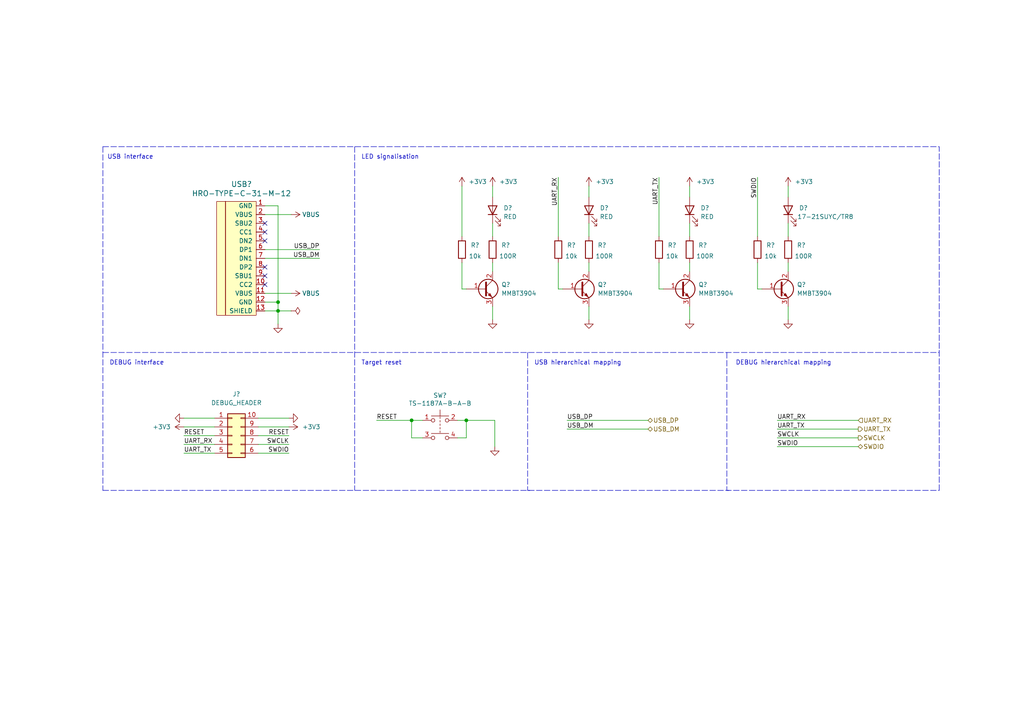
<source format=kicad_sch>
(kicad_sch (version 20211123) (generator eeschema)
  (paper "A4")
  (lib_symbols
    (symbol "Connector_Generic:Conn_02x05_Counter_Clockwise" (pin_names (offset 1.016) hide)
      (property "Reference" "J" (at 1.27 7.62 0))
      (property "Value" "Conn_02x05_Counter_Clockwise" (at 1.27 -7.62 0))
      (symbol "Conn_02x05_Counter_Clockwise_1_1"
        (rectangle (start -1.27 -4.953) (end 0 -5.207) (stroke (width 0.1524)))
        (rectangle (start -1.27 -2.413) (end 0 -2.667) (stroke (width 0.1524)))
        (rectangle (start -1.27 0.127) (end 0 -0.127) (stroke (width 0.1524)))
        (rectangle (start -1.27 2.667) (end 0 2.413) (stroke (width 0.1524)))
        (rectangle (start -1.27 5.207) (end 0 4.953) (stroke (width 0.1524)))
        (rectangle (start -1.27 6.35) (end 3.81 -6.35) (stroke (width 0.254)) (fill (type background)))
        (rectangle (start 3.81 -4.953) (end 2.54 -5.207) (stroke (width 0.1524)))
        (rectangle (start 3.81 -2.413) (end 2.54 -2.667) (stroke (width 0.1524)))
        (rectangle (start 3.81 0.127) (end 2.54 -0.127) (stroke (width 0.1524)))
        (rectangle (start 3.81 2.667) (end 2.54 2.413) (stroke (width 0.1524)))
        (rectangle (start 3.81 5.207) (end 2.54 4.953) (stroke (width 0.1524)))
        (pin passive line (at -5.08 5.08 0) (length 3.81) (name "Pin_1") (number "1"))
        (pin passive line (at 7.62 5.08 180) (length 3.81) (name "Pin_10") (number "10"))
        (pin passive line (at -5.08 2.54 0) (length 3.81) (name "Pin_2") (number "2"))
        (pin passive line (at -5.08 0 0) (length 3.81) (name "Pin_3") (number "3"))
        (pin passive line (at -5.08 -2.54 0) (length 3.81) (name "Pin_4") (number "4"))
        (pin passive line (at -5.08 -5.08 0) (length 3.81) (name "Pin_5") (number "5"))
        (pin passive line (at 7.62 -5.08 180) (length 3.81) (name "Pin_6") (number "6"))
        (pin passive line (at 7.62 -2.54 180) (length 3.81) (name "Pin_7") (number "7"))
        (pin passive line (at 7.62 0 180) (length 3.81) (name "Pin_8") (number "8"))
        (pin passive line (at 7.62 2.54 180) (length 3.81) (name "Pin_9") (number "9"))
      )
    )
    (symbol "Device:LED" (pin_numbers hide) (pin_names (offset 1.016) hide)
      (property "Reference" "D" (at 0 2.54 0))
      (property "Value" "LED" (at 0 -2.54 0))
      (symbol "LED_0_1"
        (polyline (pts (xy -1.27 -1.27) (xy -1.27 1.27)) (stroke (width 0.254)))
        (polyline (pts (xy -1.27 0) (xy 1.27 0)))
        (polyline (pts (xy 1.27 -1.27) (xy 1.27 1.27) (xy -1.27 0) (xy 1.27 -1.27)) (stroke (width 0.254)))
        (polyline (pts (xy -3.048 -0.762) (xy -4.572 -2.286) (xy -3.81 -2.286) (xy -4.572 -2.286) (xy -4.572 -1.524)))
        (polyline (pts (xy -1.778 -0.762) (xy -3.302 -2.286) (xy -2.54 -2.286) (xy -3.302 -2.286) (xy -3.302 -1.524)))
      )
      (symbol "LED_1_1"
        (pin passive line (at -3.81 0 0) (length 2.54) (name "K") (number "1"))
        (pin passive line (at 3.81 0 180) (length 2.54) (name "A") (number "2"))
      )
    )
    (symbol "Device:Q_NPN_BCE" (pin_names (offset 0) hide)
      (property "Reference" "Q" (at 5.08 1.27 0))
      (property "Value" "Q_NPN_BCE" (at 5.08 -1.27 0))
      (symbol "Q_NPN_BCE_0_1"
        (polyline (pts (xy 0.635 0.635) (xy 2.54 2.54)))
        (polyline (pts (xy 0.635 -0.635) (xy 2.54 -2.54) (xy 2.54 -2.54)))
        (polyline (pts (xy 0.635 1.905) (xy 0.635 -1.905) (xy 0.635 -1.905)) (stroke (width 0.508)))
        (polyline (pts (xy 1.27 -1.778) (xy 1.778 -1.27) (xy 2.286 -2.286) (xy 1.27 -1.778) (xy 1.27 -1.778)) (fill (type outline)))
        (circle (center 1.27 0) (radius 2.8194) (stroke (width 0.254)))
      )
      (symbol "Q_NPN_BCE_1_1"
        (pin input line (at -5.08 0 0) (length 5.715) (name "B") (number "1"))
        (pin passive line (at 2.54 5.08 270) (length 2.54) (name "C") (number "2"))
        (pin passive line (at 2.54 -5.08 90) (length 2.54) (name "E") (number "3"))
      )
    )
    (symbol "Device:R" (pin_numbers hide) (pin_names (offset 0))
      (property "Reference" "R" (at 2.032 0 90))
      (property "Value" "R" (at 0 0 90))
      (symbol "R_0_1"
        (rectangle (start -1.016 -2.54) (end 1.016 2.54) (stroke (width 0.254)))
      )
      (symbol "R_1_1"
        (pin passive line (at 0 3.81 270) (length 1.27) (name "~") (number "1"))
        (pin passive line (at 0 -3.81 90) (length 1.27) (name "~") (number "2"))
      )
    )
    (symbol "Switch:SW_Push_Dual" (pin_names (offset 1.016) hide)
      (property "Reference" "SW" (at 1.27 2.54 0))
      (property "Value" "SW_Push_Dual" (at 0 -6.858 0))
      (symbol "SW_Push_Dual_0_1"
        (circle (center -2.032 -5.08) (radius 0.508))
        (circle (center -2.032 0) (radius 0.508))
        (polyline (pts (xy 0 -3.048) (xy 0 -3.556)))
        (polyline (pts (xy 0 -2.032) (xy 0 -2.54)))
        (polyline (pts (xy 0 -1.524) (xy 0 -1.016)))
        (polyline (pts (xy 0 -0.508) (xy 0 0)))
        (polyline (pts (xy 0 0.508) (xy 0 1.016)))
        (polyline (pts (xy 0 1.27) (xy 0 3.048)))
        (polyline (pts (xy 2.54 -3.81) (xy -2.54 -3.81)))
        (polyline (pts (xy 2.54 1.27) (xy -2.54 1.27)))
        (circle (center 2.032 -5.08) (radius 0.508))
        (circle (center 2.032 0) (radius 0.508))
        (pin passive line (at -5.08 0 0) (length 2.54) (name "1") (number "1"))
        (pin passive line (at 5.08 0 180) (length 2.54) (name "2") (number "2"))
        (pin passive line (at -5.08 -5.08 0) (length 2.54) (name "3") (number "3"))
        (pin passive line (at 5.08 -5.08 180) (length 2.54) (name "4") (number "4"))
      )
    )
    (symbol "Type-C:HRO-TYPE-C-31-M-12" (pin_names (offset 1.016))
      (property "Reference" "USB" (at -5.08 16.51 0))
      (property "Value" "HRO-TYPE-C-31-M-12" (at -10.16 -1.27 90))
      (symbol "HRO-TYPE-C-31-M-12_0_1"
        (rectangle (start -11.43 15.24) (end -8.89 -17.78) (fill (type background)))
        (rectangle (start 0 -17.78) (end -8.89 15.24) (fill (type background)))
      )
      (symbol "HRO-TYPE-C-31-M-12_1_1"
        (pin input line (at 2.54 13.97 180) (length 2.54) (name "GND") (number "1"))
        (pin input line (at 2.54 -8.89 180) (length 2.54) (name "CC2") (number "10"))
        (pin input line (at 2.54 -11.43 180) (length 2.54) (name "VBUS") (number "11"))
        (pin input line (at 2.54 -13.97 180) (length 2.54) (name "GND") (number "12"))
        (pin input line (at 2.54 -16.51 180) (length 2.54) (name "SHIELD") (number "13"))
        (pin input line (at 2.54 11.43 180) (length 2.54) (name "VBUS") (number "2"))
        (pin input line (at 2.54 8.89 180) (length 2.54) (name "SBU2") (number "3"))
        (pin input line (at 2.54 6.35 180) (length 2.54) (name "CC1") (number "4"))
        (pin input line (at 2.54 3.81 180) (length 2.54) (name "DN2") (number "5"))
        (pin input line (at 2.54 1.27 180) (length 2.54) (name "DP1") (number "6"))
        (pin input line (at 2.54 -1.27 180) (length 2.54) (name "DN1") (number "7"))
        (pin input line (at 2.54 -3.81 180) (length 2.54) (name "DP2") (number "8"))
        (pin input line (at 2.54 -6.35 180) (length 2.54) (name "SBU1") (number "9"))
      )
    )
    (symbol "power:+3V3" (power) (pin_names (offset 0))
      (property "Value" "+3V3" (at 0 3.556 0))
      (symbol "+3V3_0_1"
        (polyline (pts (xy -0.762 1.27) (xy 0 2.54)))
        (polyline (pts (xy 0 0) (xy 0 2.54)))
        (polyline (pts (xy 0 2.54) (xy 0.762 1.27)))
      )
      (symbol "+3V3_1_1"
        (pin power_in line (at 0 0 90) (length 0) hide (name "+3V3") (number "1"))
      )
    )
    (symbol "power:GND" (power) (pin_names (offset 0))
      (property "Value" "GND" (at 0 -3.81 0))
      (symbol "GND_0_1"
        (polyline (pts (xy 0 0) (xy 0 -1.27) (xy 1.27 -1.27) (xy 0 -2.54) (xy -1.27 -1.27) (xy 0 -1.27)))
      )
      (symbol "GND_1_1"
        (pin power_in line (at 0 0 270) (length 0) hide (name "GND") (number "1"))
      )
    )
    (symbol "power:PWR_FLAG" (power) (pin_numbers hide) (pin_names (offset 0) hide)
      (property "Value" "PWR_FLAG" (at 0 3.81 0))
      (symbol "PWR_FLAG_0_0"
        (pin power_out line (at 0 0 90) (length 0) (name "pwr") (number "1"))
      )
      (symbol "PWR_FLAG_0_1"
        (polyline (pts (xy 0 0) (xy 0 1.27) (xy -1.016 1.905) (xy 0 2.54) (xy 1.016 1.905) (xy 0 1.27)))
      )
    )
    (symbol "power:VBUS" (power) (pin_names (offset 0))
      (property "Value" "VBUS" (at 0 3.81 0))
      (symbol "VBUS_0_1"
        (polyline (pts (xy -0.762 1.27) (xy 0 2.54)))
        (polyline (pts (xy 0 0) (xy 0 2.54)))
        (polyline (pts (xy 0 2.54) (xy 0.762 1.27)))
      )
      (symbol "VBUS_1_1"
        (pin power_in line (at 0 0 90) (length 0) hide (name "VBUS") (number "1"))
      )
    )
  )
  (junction (at 80.645 87.63))
  (junction (at 119.38 121.92))
  (junction (at 80.645 90.17))
  (junction (at 135.255 121.92))
  (no_connect (at 76.835 77.47))
  (no_connect (at 76.835 80.01))
  (no_connect (at 76.835 69.85))
  (no_connect (at 76.835 82.55))
  (no_connect (at 76.835 67.31))
  (no_connect (at 76.835 64.77))
  (wire (pts (xy 228.6 88.9) (xy 228.6 92.71)))
  (wire (pts (xy 83.82 121.285) (xy 74.93 121.285)))
  (wire (pts (xy 133.985 83.82) (xy 133.985 76.2)))
  (wire (pts (xy 76.835 62.23) (xy 84.455 62.23)))
  (wire (pts (xy 228.6 64.77) (xy 228.6 68.58)))
  (wire (pts (xy 164.465 121.92) (xy 187.96 121.92)))
  (wire (pts (xy 170.815 64.77) (xy 170.815 68.58)))
  (polyline (pts (xy 29.845 142.24) (xy 272.415 142.24)))
  (wire (pts (xy 53.34 131.445) (xy 62.23 131.445)))
  (wire (pts (xy 76.835 74.93) (xy 92.71 74.93)))
  (wire (pts (xy 225.425 129.54) (xy 248.92 129.54)))
  (wire (pts (xy 191.135 83.82) (xy 191.135 76.2)))
  (wire (pts (xy 219.71 83.82) (xy 219.71 76.2)))
  (wire (pts (xy 133.985 53.975) (xy 133.985 68.58)))
  (wire (pts (xy 225.425 127) (xy 248.92 127)))
  (polyline (pts (xy 29.845 42.545) (xy 29.845 142.24)))
  (wire (pts (xy 191.135 51.435) (xy 191.135 68.58)))
  (wire (pts (xy 228.6 53.975) (xy 228.6 57.15)))
  (wire (pts (xy 53.34 123.825) (xy 62.23 123.825)))
  (wire (pts (xy 142.875 53.975) (xy 142.875 57.15)))
  (wire (pts (xy 142.875 64.77) (xy 142.875 68.58)))
  (wire (pts (xy 119.38 121.92) (xy 109.22 121.92)))
  (polyline (pts (xy 272.415 102.235) (xy 272.415 101.6)))
  (wire (pts (xy 83.82 131.445) (xy 74.93 131.445)))
  (wire (pts (xy 83.82 128.905) (xy 74.93 128.905)))
  (wire (pts (xy 225.425 124.46) (xy 248.92 124.46)))
  (wire (pts (xy 161.925 51.435) (xy 161.925 68.58)))
  (wire (pts (xy 200.025 64.77) (xy 200.025 68.58)))
  (wire (pts (xy 76.835 90.17) (xy 80.645 90.17)))
  (polyline (pts (xy 29.845 42.545) (xy 272.415 42.545)))
  (wire (pts (xy 163.195 83.82) (xy 161.925 83.82)))
  (polyline (pts (xy 102.87 42.545) (xy 102.87 142.24)))
  (wire (pts (xy 161.925 83.82) (xy 161.925 76.2)))
  (wire (pts (xy 122.555 121.92) (xy 119.38 121.92)))
  (wire (pts (xy 83.82 126.365) (xy 74.93 126.365)))
  (polyline (pts (xy 153.035 142.24) (xy 153.67 142.24)))
  (wire (pts (xy 200.025 53.975) (xy 200.025 57.15)))
  (wire (pts (xy 76.835 72.39) (xy 92.71 72.39)))
  (wire (pts (xy 132.715 127) (xy 135.255 127)))
  (wire (pts (xy 142.875 88.9) (xy 142.875 92.71)))
  (wire (pts (xy 119.38 127) (xy 119.38 121.92)))
  (wire (pts (xy 225.425 121.92) (xy 248.92 121.92)))
  (wire (pts (xy 142.875 76.2) (xy 142.875 78.74)))
  (wire (pts (xy 200.025 88.9) (xy 200.025 92.71)))
  (polyline (pts (xy 153.035 102.235) (xy 153.035 142.24)))
  (polyline (pts (xy 210.82 102.235) (xy 210.82 142.24)))
  (wire (pts (xy 219.71 51.435) (xy 219.71 68.58)))
  (wire (pts (xy 53.34 121.285) (xy 62.23 121.285)))
  (wire (pts (xy 164.465 124.46) (xy 187.96 124.46)))
  (wire (pts (xy 76.835 59.69) (xy 80.645 59.69)))
  (wire (pts (xy 192.405 83.82) (xy 191.135 83.82)))
  (polyline (pts (xy 210.82 142.24) (xy 211.455 142.24)))
  (wire (pts (xy 170.815 88.9) (xy 170.815 92.71)))
  (wire (pts (xy 135.255 83.82) (xy 133.985 83.82)))
  (wire (pts (xy 170.815 53.975) (xy 170.815 57.15)))
  (wire (pts (xy 76.835 85.09) (xy 84.455 85.09)))
  (wire (pts (xy 220.98 83.82) (xy 219.71 83.82)))
  (wire (pts (xy 80.645 90.17) (xy 80.645 93.98)))
  (wire (pts (xy 53.34 126.365) (xy 62.23 126.365)))
  (wire (pts (xy 84.455 90.17) (xy 80.645 90.17)))
  (wire (pts (xy 53.34 128.905) (xy 62.23 128.905)))
  (wire (pts (xy 122.555 127) (xy 119.38 127)))
  (wire (pts (xy 228.6 76.2) (xy 228.6 78.74)))
  (wire (pts (xy 135.255 121.92) (xy 143.51 121.92)))
  (polyline (pts (xy 272.415 142.24) (xy 272.415 42.545)))
  (wire (pts (xy 132.715 121.92) (xy 135.255 121.92)))
  (wire (pts (xy 80.645 87.63) (xy 80.645 90.17)))
  (wire (pts (xy 76.835 87.63) (xy 80.645 87.63)))
  (wire (pts (xy 143.51 121.92) (xy 143.51 129.54)))
  (polyline (pts (xy 29.845 102.235) (xy 272.415 102.235)))
  (wire (pts (xy 170.815 76.2) (xy 170.815 78.74)))
  (wire (pts (xy 200.025 76.2) (xy 200.025 78.74)))
  (wire (pts (xy 135.255 127) (xy 135.255 121.92)))
  (wire (pts (xy 83.82 123.825) (xy 74.93 123.825)))
  (wire (pts (xy 80.645 59.69) (xy 80.645 87.63)))
  (text "DEBUG hierarchical mapping" (at 213.36 106.045 0) (effects (font (size 1.27 1.27)) (justify left bottom)))
  (text "USB hierarchical mapping" (at 154.94 106.045 0) (effects (font (size 1.27 1.27)) (justify left bottom)))
  (text "USB interface" (at 31.115 46.355 0) (effects (font (size 1.27 1.27)) (justify left bottom)))
  (text "LED signalisation" (at 104.775 46.355 0) (effects (font (size 1.27 1.27)) (justify left bottom)))
  (text "DEBUG interface" (at 31.75 106.045 0) (effects (font (size 1.27 1.27)) (justify left bottom)))
  (text "Target reset" (at 104.775 106.045 0) (effects (font (size 1.27 1.27)) (justify left bottom)))
  (label "UART_TX" (at 53.34 131.445 0))
  (label "SWCLK" (at 83.82 128.905 180))
  (label "SWDIO" (at 225.425 129.54 0))
  (label "UART_TX" (at 225.425 124.46 0))
  (label "USB_DP" (at 92.71 72.39 180))
  (label "UART_RX" (at 53.34 128.905 0))
  (label "USB_DM" (at 164.465 124.46 0))
  (label "UART_TX" (at 191.135 51.435 270))
  (label "SWCLK" (at 225.425 127 0))
  (label "USB_DP" (at 164.465 121.92 0))
  (label "UART_RX" (at 225.425 121.92 0))
  (label "UART_RX" (at 161.925 51.435 270))
  (label "SWDIO" (at 83.82 131.445 180))
  (label "RESET" (at 83.82 126.365 180))
  (label "RESET" (at 53.34 126.365 0))
  (label "RESET" (at 109.22 121.92 0))
  (label "SWDIO" (at 219.71 51.435 270))
  (label "USB_DM" (at 92.71 74.93 180))
  (hierarchical_label "UART_RX" (shape input) (at 248.92 121.92 0))
  (hierarchical_label "SWCLK" (shape output) (at 248.92 127 0))
  (hierarchical_label "SWDIO" (shape bidirectional) (at 248.92 129.54 0))
  (hierarchical_label "UART_TX" (shape output) (at 248.92 124.46 0))
  (hierarchical_label "USB_DM" (shape bidirectional) (at 187.96 124.46 0))
  (hierarchical_label "USB_DP" (shape bidirectional) (at 187.96 121.92 0))
  (symbol (lib_id "power:GND") (at 80.645 93.98 0) (unit 1)
    (property "Reference" "#PWR?" (effects hide))
    (property "Value" "GND" (effects hide))
  )
  (symbol (lib_id "power:GND") (at 142.875 92.71 0) (unit 1)
    (property "Reference" "#PWR?" (effects hide))
    (property "Value" "GND" (effects hide))
  )
  (symbol (lib_id "Switch:SW_Push_Dual") (at 127.635 121.92 0) (unit 1)
    (property "Reference" "SW?" (at 127.635 114.681 0))
    (property "Value" "TS-1187A-B-A-B" (at 127.635 116.9924 0))
    (property "Footprint" "TS-1187A-B-A-B:TS1187ABAB" (effects hide))
    (property "LCSC" "C318884" (effects hide))
  )
  (symbol (lib_id "Device:R") (at 191.135 72.39 180) (unit 1)
    (property "Reference" "R?" (at 194.945 71.12 0))
    (property "Value" "10k" (at 194.945 74.295 0))
    (property "Footprint" "Resistor_SMD:R_0603_1608Metric_Pad0.98x0.95mm_HandSolder" (effects hide))
    (property "LCSC" "C25804" (effects hide))
  )
  (symbol (lib_id "Device:LED") (at 142.875 60.96 90) (unit 1)
    (property "Reference" "D?" (at 147.32 60.325 90))
    (property "Value" "RED" (at 147.955 62.865 90))
    (property "Footprint" "LED_SMD:LED_0805_2012Metric_Pad1.15x1.40mm_HandSolder" (effects hide))
    (property "Color" "red" (effects hide))
  )
  (symbol (lib_id "Device:LED") (at 200.025 60.96 90) (unit 1)
    (property "Reference" "D?" (at 204.47 60.325 90))
    (property "Value" "RED" (at 205.105 62.865 90))
    (property "Footprint" "LED_SMD:LED_0805_2012Metric_Pad1.15x1.40mm_HandSolder" (effects hide))
    (property "Color" "red" (effects hide))
  )
  (symbol (lib_id "Device:Q_NPN_BCE") (at 226.06 83.82 0) (unit 1)
    (property "Reference" "Q?" (at 231.14 82.5499 0) (effects (justify left)))
    (property "Value" "MMBT3904" (at 231.14 85.0899 0) (effects (justify left)))
    (property "Footprint" "Package_TO_SOT_SMD:SOT-23" (effects hide))
    (property "LCSC" "C20526" (effects hide))
  )
  (symbol (lib_id "power:+3V3") (at 228.6 53.975 0) (unit 1)
    (property "Reference" "#PWR?" (effects hide))
    (property "Value" "+3V3" (at 230.505 52.7049 0) (effects (justify left)))
  )
  (symbol (lib_id "Device:R") (at 228.6 72.39 0) (unit 1)
    (property "Reference" "R?" (at 232.41 71.12 0))
    (property "Value" "100R" (at 233.045 74.295 0))
    (property "Footprint" "Resistor_SMD:R_0603_1608Metric_Pad0.98x0.95mm_HandSolder" (effects hide))
    (property "LCSC" "C22775" (effects hide))
  )
  (symbol (lib_id "Device:Q_NPN_BCE") (at 168.275 83.82 0) (unit 1)
    (property "Reference" "Q?" (at 173.355 82.5499 0) (effects (justify left)))
    (property "Value" "MMBT3904" (at 173.355 85.0899 0) (effects (justify left)))
    (property "Footprint" "Package_TO_SOT_SMD:SOT-23" (effects hide))
    (property "LCSC" "C20526" (effects hide))
  )
  (symbol (lib_id "Device:LED") (at 228.6 60.96 90) (unit 1)
    (property "Reference" "D?" (at 233.045 60.325 90))
    (property "Value" "17-21SUYC/TR8" (at 239.395 62.865 90))
    (property "Footprint" "LED_SMD:LED_0805_2012Metric_Pad1.15x1.40mm_HandSolder" (effects hide))
    (property "LCSC" "C2296" (effects hide))
    (property "Color" "yellow" (effects hide))
    (property "Wavelength" "592 nm" (effects hide))
  )
  (symbol (lib_id "power:+3V3") (at 53.34 123.825 90) (unit 1)
    (property "Reference" "#PWR?" (effects hide))
    (property "Value" "+3V3" (at 49.53 123.8249 90) (effects (justify left)))
  )
  (symbol (lib_id "power:GND") (at 228.6 92.71 0) (unit 1)
    (property "Reference" "#PWR?" (effects hide))
    (property "Value" "GND" (effects hide))
  )
  (symbol (lib_id "Device:R") (at 219.71 72.39 180) (unit 1)
    (property "Reference" "R?" (at 223.52 71.12 0))
    (property "Value" "10k" (at 223.52 74.295 0))
    (property "Footprint" "Resistor_SMD:R_0603_1608Metric_Pad0.98x0.95mm_HandSolder" (effects hide))
    (property "LCSC" "C25804" (effects hide))
  )
  (symbol (lib_id "power:+3V3") (at 133.985 53.975 0) (unit 1)
    (property "Reference" "#PWR?" (effects hide))
    (property "Value" "+3V3" (at 135.89 52.7049 0) (effects (justify left)))
  )
  (symbol (lib_id "power:GND") (at 200.025 92.71 0) (unit 1)
    (property "Reference" "#PWR?" (effects hide))
    (property "Value" "GND" (effects hide))
  )
  (symbol (lib_id "Device:Q_NPN_BCE") (at 197.485 83.82 0) (unit 1)
    (property "Reference" "Q?" (at 202.565 82.5499 0) (effects (justify left)))
    (property "Value" "MMBT3904" (at 202.565 85.0899 0) (effects (justify left)))
    (property "Footprint" "Package_TO_SOT_SMD:SOT-23" (effects hide))
    (property "LCSC" "C20526" (effects hide))
  )
  (symbol (lib_id "power:+3V3") (at 200.025 53.975 0) (unit 1)
    (property "Reference" "#PWR?" (effects hide))
    (property "Value" "+3V3" (at 201.93 52.7049 0) (effects (justify left)))
  )
  (symbol (lib_id "Connector_Generic:Conn_02x05_Counter_Clockwise") (at 67.31 126.365 0) (unit 1)
    (property "Reference" "J?" (at 68.58 114.3 0))
    (property "Value" "DEBUG_HEADER" (at 68.58 116.84 0))
  )
  (symbol (lib_id "Device:LED") (at 170.815 60.96 90) (unit 1)
    (property "Reference" "D?" (at 175.26 60.325 90))
    (property "Value" "RED" (at 175.895 62.865 90))
    (property "Footprint" "LED_SMD:LED_0805_2012Metric_Pad1.15x1.40mm_HandSolder" (effects hide))
    (property "Color" "red" (effects hide))
  )
  (symbol (lib_id "power:GND") (at 170.815 92.71 0) (unit 1)
    (property "Reference" "#PWR?" (effects hide))
    (property "Value" "GND" (effects hide))
  )
  (symbol (lib_id "power:GND") (at 83.82 121.285 90) (mirror x) (unit 1)
    (property "Reference" "#PWR?" (effects hide))
    (property "Value" "GND" (effects hide))
  )
  (symbol (lib_id "power:PWR_FLAG") (at 84.455 90.17 270) (unit 1)
    (property "Reference" "#FLG?" (effects hide))
    (property "Value" "PWR_FLAG" (effects hide))
  )
  (symbol (lib_id "Device:R") (at 170.815 72.39 0) (unit 1)
    (property "Reference" "R?" (at 174.625 71.12 0))
    (property "Value" "100R" (at 175.26 74.295 0))
    (property "Footprint" "Resistor_SMD:R_0603_1608Metric_Pad0.98x0.95mm_HandSolder" (effects hide))
    (property "LCSC" "C22775" (effects hide))
  )
  (symbol (lib_id "power:+3V3") (at 142.875 53.975 0) (unit 1)
    (property "Reference" "#PWR?" (effects hide))
    (property "Value" "+3V3" (at 144.78 52.7049 0) (effects (justify left)))
  )
  (symbol (lib_id "power:+3V3") (at 83.82 123.825 270) (mirror x) (unit 1)
    (property "Reference" "#PWR?" (effects hide))
    (property "Value" "+3V3" (at 87.63 123.8249 90) (effects (justify left)))
  )
  (symbol (lib_id "power:+3V3") (at 170.815 53.975 0) (unit 1)
    (property "Reference" "#PWR?" (effects hide))
    (property "Value" "+3V3" (at 172.72 52.7049 0) (effects (justify left)))
  )
  (symbol (lib_id "power:VBUS") (at 84.455 85.09 270) (unit 1)
    (property "Reference" "#PWR?" (effects hide))
    (property "Value" "VBUS" (at 87.63 85.09 90) (effects (justify left)))
  )
  (symbol (lib_id "power:GND") (at 53.34 121.285 270) (unit 1)
    (property "Reference" "#PWR?" (effects hide))
    (property "Value" "GND" (effects hide))
  )
  (symbol (lib_id "power:VBUS") (at 84.455 62.23 270) (unit 1)
    (property "Reference" "#PWR?" (effects hide))
    (property "Value" "VBUS" (at 87.63 62.23 90) (effects (justify left)))
  )
  (symbol (lib_id "Device:R") (at 133.985 72.39 180) (unit 1)
    (property "Reference" "R?" (at 137.795 71.12 0))
    (property "Value" "10k" (at 137.795 74.295 0))
    (property "Footprint" "Resistor_SMD:R_0603_1608Metric_Pad0.98x0.95mm_HandSolder" (effects hide))
    (property "LCSC" "C25804" (effects hide))
  )
  (symbol (lib_id "Device:Q_NPN_BCE") (at 140.335 83.82 0) (unit 1)
    (property "Reference" "Q?" (at 145.415 82.5499 0) (effects (justify left)))
    (property "Value" "MMBT3904" (at 145.415 85.0899 0) (effects (justify left)))
    (property "Footprint" "Package_TO_SOT_SMD:SOT-23" (effects hide))
    (property "LCSC" "C20526" (effects hide))
  )
  (symbol (lib_id "Device:R") (at 142.875 72.39 0) (unit 1)
    (property "Reference" "R?" (at 146.685 71.12 0))
    (property "Value" "100R" (at 147.32 74.295 0))
    (property "Footprint" "Resistor_SMD:R_0603_1608Metric_Pad0.98x0.95mm_HandSolder" (effects hide))
    (property "LCSC" "C22775" (effects hide))
  )
  (symbol (lib_id "Device:R") (at 161.925 72.39 180) (unit 1)
    (property "Reference" "R?" (at 165.735 71.12 0))
    (property "Value" "10k" (at 165.735 74.295 0))
    (property "Footprint" "Resistor_SMD:R_0603_1608Metric_Pad0.98x0.95mm_HandSolder" (effects hide))
    (property "LCSC" "C25804" (effects hide))
  )
  (symbol (lib_id "Type-C:HRO-TYPE-C-31-M-12") (at 74.295 73.66 0) (unit 1)
    (property "Reference" "USB?" (at 70.0532 53.4162 0) (effects (font (size 1.524 1.524))))
    (property "Value" "HRO-TYPE-C-31-M-12" (at 70.0532 56.1086 0) (effects (font (size 1.524 1.524))))
    (property "Footprint" "Type-C:HRO-TYPE-C-31-M-12-HandSoldering" (effects hide))
    (property "LCSC" "C165948" (effects hide))
  )
  (symbol (lib_id "power:GND") (at 143.51 129.54 0) (unit 1)
    (property "Reference" "#PWR?" (effects hide))
    (property "Value" "GND" (effects hide))
  )
  (symbol (lib_id "Device:R") (at 200.025 72.39 0) (unit 1)
    (property "Reference" "R?" (at 203.835 71.12 0))
    (property "Value" "100R" (at 204.47 74.295 0))
    (property "Footprint" "Resistor_SMD:R_0603_1608Metric_Pad0.98x0.95mm_HandSolder" (effects hide))
    (property "LCSC" "C22775" (effects hide))
  )
)
</source>
